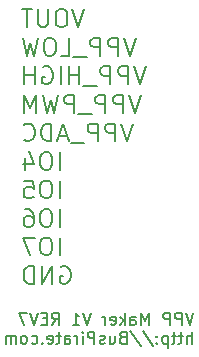
<source format=gbo>
G04 #@! TF.GenerationSoftware,KiCad,Pcbnew,8.0.3*
G04 #@! TF.CreationDate,2024-07-18T13:22:42+02:00*
G04 #@! TF.ProjectId,vpp-maker-rev6-ian,7670702d-6d61-46b6-9572-2d726576362d,rev?*
G04 #@! TF.SameCoordinates,Original*
G04 #@! TF.FileFunction,Legend,Bot*
G04 #@! TF.FilePolarity,Positive*
%FSLAX46Y46*%
G04 Gerber Fmt 4.6, Leading zero omitted, Abs format (unit mm)*
G04 Created by KiCad (PCBNEW 8.0.3) date 2024-07-18 13:22:42*
%MOMM*%
%LPD*%
G01*
G04 APERTURE LIST*
%ADD10C,0.150000*%
%ADD11C,0.200000*%
%ADD12R,1.700000X1.700000*%
%ADD13O,1.700000X1.700000*%
G04 APERTURE END LIST*
D10*
X158806077Y-101259875D02*
X158472744Y-102259875D01*
X158472744Y-102259875D02*
X158139411Y-101259875D01*
X157806077Y-102259875D02*
X157806077Y-101259875D01*
X157806077Y-101259875D02*
X157425125Y-101259875D01*
X157425125Y-101259875D02*
X157329887Y-101307494D01*
X157329887Y-101307494D02*
X157282268Y-101355113D01*
X157282268Y-101355113D02*
X157234649Y-101450351D01*
X157234649Y-101450351D02*
X157234649Y-101593208D01*
X157234649Y-101593208D02*
X157282268Y-101688446D01*
X157282268Y-101688446D02*
X157329887Y-101736065D01*
X157329887Y-101736065D02*
X157425125Y-101783684D01*
X157425125Y-101783684D02*
X157806077Y-101783684D01*
X156806077Y-102259875D02*
X156806077Y-101259875D01*
X156806077Y-101259875D02*
X156425125Y-101259875D01*
X156425125Y-101259875D02*
X156329887Y-101307494D01*
X156329887Y-101307494D02*
X156282268Y-101355113D01*
X156282268Y-101355113D02*
X156234649Y-101450351D01*
X156234649Y-101450351D02*
X156234649Y-101593208D01*
X156234649Y-101593208D02*
X156282268Y-101688446D01*
X156282268Y-101688446D02*
X156329887Y-101736065D01*
X156329887Y-101736065D02*
X156425125Y-101783684D01*
X156425125Y-101783684D02*
X156806077Y-101783684D01*
X155044172Y-102259875D02*
X155044172Y-101259875D01*
X155044172Y-101259875D02*
X154710839Y-101974160D01*
X154710839Y-101974160D02*
X154377506Y-101259875D01*
X154377506Y-101259875D02*
X154377506Y-102259875D01*
X153472744Y-102259875D02*
X153472744Y-101736065D01*
X153472744Y-101736065D02*
X153520363Y-101640827D01*
X153520363Y-101640827D02*
X153615601Y-101593208D01*
X153615601Y-101593208D02*
X153806077Y-101593208D01*
X153806077Y-101593208D02*
X153901315Y-101640827D01*
X153472744Y-102212256D02*
X153567982Y-102259875D01*
X153567982Y-102259875D02*
X153806077Y-102259875D01*
X153806077Y-102259875D02*
X153901315Y-102212256D01*
X153901315Y-102212256D02*
X153948934Y-102117017D01*
X153948934Y-102117017D02*
X153948934Y-102021779D01*
X153948934Y-102021779D02*
X153901315Y-101926541D01*
X153901315Y-101926541D02*
X153806077Y-101878922D01*
X153806077Y-101878922D02*
X153567982Y-101878922D01*
X153567982Y-101878922D02*
X153472744Y-101831303D01*
X152996553Y-102259875D02*
X152996553Y-101259875D01*
X152901315Y-101878922D02*
X152615601Y-102259875D01*
X152615601Y-101593208D02*
X152996553Y-101974160D01*
X151806077Y-102212256D02*
X151901315Y-102259875D01*
X151901315Y-102259875D02*
X152091791Y-102259875D01*
X152091791Y-102259875D02*
X152187029Y-102212256D01*
X152187029Y-102212256D02*
X152234648Y-102117017D01*
X152234648Y-102117017D02*
X152234648Y-101736065D01*
X152234648Y-101736065D02*
X152187029Y-101640827D01*
X152187029Y-101640827D02*
X152091791Y-101593208D01*
X152091791Y-101593208D02*
X151901315Y-101593208D01*
X151901315Y-101593208D02*
X151806077Y-101640827D01*
X151806077Y-101640827D02*
X151758458Y-101736065D01*
X151758458Y-101736065D02*
X151758458Y-101831303D01*
X151758458Y-101831303D02*
X152234648Y-101926541D01*
X151329886Y-102259875D02*
X151329886Y-101593208D01*
X151329886Y-101783684D02*
X151282267Y-101688446D01*
X151282267Y-101688446D02*
X151234648Y-101640827D01*
X151234648Y-101640827D02*
X151139410Y-101593208D01*
X151139410Y-101593208D02*
X151044172Y-101593208D01*
X150091790Y-101259875D02*
X149758457Y-102259875D01*
X149758457Y-102259875D02*
X149425124Y-101259875D01*
X148567981Y-102259875D02*
X149139409Y-102259875D01*
X148853695Y-102259875D02*
X148853695Y-101259875D01*
X148853695Y-101259875D02*
X148948933Y-101402732D01*
X148948933Y-101402732D02*
X149044171Y-101497970D01*
X149044171Y-101497970D02*
X149139409Y-101545589D01*
X146806076Y-102259875D02*
X147139409Y-101783684D01*
X147377504Y-102259875D02*
X147377504Y-101259875D01*
X147377504Y-101259875D02*
X146996552Y-101259875D01*
X146996552Y-101259875D02*
X146901314Y-101307494D01*
X146901314Y-101307494D02*
X146853695Y-101355113D01*
X146853695Y-101355113D02*
X146806076Y-101450351D01*
X146806076Y-101450351D02*
X146806076Y-101593208D01*
X146806076Y-101593208D02*
X146853695Y-101688446D01*
X146853695Y-101688446D02*
X146901314Y-101736065D01*
X146901314Y-101736065D02*
X146996552Y-101783684D01*
X146996552Y-101783684D02*
X147377504Y-101783684D01*
X146377504Y-101736065D02*
X146044171Y-101736065D01*
X145901314Y-102259875D02*
X146377504Y-102259875D01*
X146377504Y-102259875D02*
X146377504Y-101259875D01*
X146377504Y-101259875D02*
X145901314Y-101259875D01*
X145615599Y-101259875D02*
X145282266Y-102259875D01*
X145282266Y-102259875D02*
X144948933Y-101259875D01*
X144710837Y-101259875D02*
X144044171Y-101259875D01*
X144044171Y-101259875D02*
X144472742Y-102259875D01*
X158663220Y-103869819D02*
X158663220Y-102869819D01*
X158234649Y-103869819D02*
X158234649Y-103346009D01*
X158234649Y-103346009D02*
X158282268Y-103250771D01*
X158282268Y-103250771D02*
X158377506Y-103203152D01*
X158377506Y-103203152D02*
X158520363Y-103203152D01*
X158520363Y-103203152D02*
X158615601Y-103250771D01*
X158615601Y-103250771D02*
X158663220Y-103298390D01*
X157901315Y-103203152D02*
X157520363Y-103203152D01*
X157758458Y-102869819D02*
X157758458Y-103726961D01*
X157758458Y-103726961D02*
X157710839Y-103822200D01*
X157710839Y-103822200D02*
X157615601Y-103869819D01*
X157615601Y-103869819D02*
X157520363Y-103869819D01*
X157329886Y-103203152D02*
X156948934Y-103203152D01*
X157187029Y-102869819D02*
X157187029Y-103726961D01*
X157187029Y-103726961D02*
X157139410Y-103822200D01*
X157139410Y-103822200D02*
X157044172Y-103869819D01*
X157044172Y-103869819D02*
X156948934Y-103869819D01*
X156615600Y-103203152D02*
X156615600Y-104203152D01*
X156615600Y-103250771D02*
X156520362Y-103203152D01*
X156520362Y-103203152D02*
X156329886Y-103203152D01*
X156329886Y-103203152D02*
X156234648Y-103250771D01*
X156234648Y-103250771D02*
X156187029Y-103298390D01*
X156187029Y-103298390D02*
X156139410Y-103393628D01*
X156139410Y-103393628D02*
X156139410Y-103679342D01*
X156139410Y-103679342D02*
X156187029Y-103774580D01*
X156187029Y-103774580D02*
X156234648Y-103822200D01*
X156234648Y-103822200D02*
X156329886Y-103869819D01*
X156329886Y-103869819D02*
X156520362Y-103869819D01*
X156520362Y-103869819D02*
X156615600Y-103822200D01*
X155710838Y-103774580D02*
X155663219Y-103822200D01*
X155663219Y-103822200D02*
X155710838Y-103869819D01*
X155710838Y-103869819D02*
X155758457Y-103822200D01*
X155758457Y-103822200D02*
X155710838Y-103774580D01*
X155710838Y-103774580D02*
X155710838Y-103869819D01*
X155710838Y-103250771D02*
X155663219Y-103298390D01*
X155663219Y-103298390D02*
X155710838Y-103346009D01*
X155710838Y-103346009D02*
X155758457Y-103298390D01*
X155758457Y-103298390D02*
X155710838Y-103250771D01*
X155710838Y-103250771D02*
X155710838Y-103346009D01*
X154520363Y-102822200D02*
X155377505Y-104107914D01*
X153472744Y-102822200D02*
X154329886Y-104107914D01*
X152806077Y-103346009D02*
X152663220Y-103393628D01*
X152663220Y-103393628D02*
X152615601Y-103441247D01*
X152615601Y-103441247D02*
X152567982Y-103536485D01*
X152567982Y-103536485D02*
X152567982Y-103679342D01*
X152567982Y-103679342D02*
X152615601Y-103774580D01*
X152615601Y-103774580D02*
X152663220Y-103822200D01*
X152663220Y-103822200D02*
X152758458Y-103869819D01*
X152758458Y-103869819D02*
X153139410Y-103869819D01*
X153139410Y-103869819D02*
X153139410Y-102869819D01*
X153139410Y-102869819D02*
X152806077Y-102869819D01*
X152806077Y-102869819D02*
X152710839Y-102917438D01*
X152710839Y-102917438D02*
X152663220Y-102965057D01*
X152663220Y-102965057D02*
X152615601Y-103060295D01*
X152615601Y-103060295D02*
X152615601Y-103155533D01*
X152615601Y-103155533D02*
X152663220Y-103250771D01*
X152663220Y-103250771D02*
X152710839Y-103298390D01*
X152710839Y-103298390D02*
X152806077Y-103346009D01*
X152806077Y-103346009D02*
X153139410Y-103346009D01*
X151710839Y-103203152D02*
X151710839Y-103869819D01*
X152139410Y-103203152D02*
X152139410Y-103726961D01*
X152139410Y-103726961D02*
X152091791Y-103822200D01*
X152091791Y-103822200D02*
X151996553Y-103869819D01*
X151996553Y-103869819D02*
X151853696Y-103869819D01*
X151853696Y-103869819D02*
X151758458Y-103822200D01*
X151758458Y-103822200D02*
X151710839Y-103774580D01*
X151282267Y-103822200D02*
X151187029Y-103869819D01*
X151187029Y-103869819D02*
X150996553Y-103869819D01*
X150996553Y-103869819D02*
X150901315Y-103822200D01*
X150901315Y-103822200D02*
X150853696Y-103726961D01*
X150853696Y-103726961D02*
X150853696Y-103679342D01*
X150853696Y-103679342D02*
X150901315Y-103584104D01*
X150901315Y-103584104D02*
X150996553Y-103536485D01*
X150996553Y-103536485D02*
X151139410Y-103536485D01*
X151139410Y-103536485D02*
X151234648Y-103488866D01*
X151234648Y-103488866D02*
X151282267Y-103393628D01*
X151282267Y-103393628D02*
X151282267Y-103346009D01*
X151282267Y-103346009D02*
X151234648Y-103250771D01*
X151234648Y-103250771D02*
X151139410Y-103203152D01*
X151139410Y-103203152D02*
X150996553Y-103203152D01*
X150996553Y-103203152D02*
X150901315Y-103250771D01*
X150425124Y-103869819D02*
X150425124Y-102869819D01*
X150425124Y-102869819D02*
X150044172Y-102869819D01*
X150044172Y-102869819D02*
X149948934Y-102917438D01*
X149948934Y-102917438D02*
X149901315Y-102965057D01*
X149901315Y-102965057D02*
X149853696Y-103060295D01*
X149853696Y-103060295D02*
X149853696Y-103203152D01*
X149853696Y-103203152D02*
X149901315Y-103298390D01*
X149901315Y-103298390D02*
X149948934Y-103346009D01*
X149948934Y-103346009D02*
X150044172Y-103393628D01*
X150044172Y-103393628D02*
X150425124Y-103393628D01*
X149425124Y-103869819D02*
X149425124Y-103203152D01*
X149425124Y-102869819D02*
X149472743Y-102917438D01*
X149472743Y-102917438D02*
X149425124Y-102965057D01*
X149425124Y-102965057D02*
X149377505Y-102917438D01*
X149377505Y-102917438D02*
X149425124Y-102869819D01*
X149425124Y-102869819D02*
X149425124Y-102965057D01*
X148948934Y-103869819D02*
X148948934Y-103203152D01*
X148948934Y-103393628D02*
X148901315Y-103298390D01*
X148901315Y-103298390D02*
X148853696Y-103250771D01*
X148853696Y-103250771D02*
X148758458Y-103203152D01*
X148758458Y-103203152D02*
X148663220Y-103203152D01*
X147901315Y-103869819D02*
X147901315Y-103346009D01*
X147901315Y-103346009D02*
X147948934Y-103250771D01*
X147948934Y-103250771D02*
X148044172Y-103203152D01*
X148044172Y-103203152D02*
X148234648Y-103203152D01*
X148234648Y-103203152D02*
X148329886Y-103250771D01*
X147901315Y-103822200D02*
X147996553Y-103869819D01*
X147996553Y-103869819D02*
X148234648Y-103869819D01*
X148234648Y-103869819D02*
X148329886Y-103822200D01*
X148329886Y-103822200D02*
X148377505Y-103726961D01*
X148377505Y-103726961D02*
X148377505Y-103631723D01*
X148377505Y-103631723D02*
X148329886Y-103536485D01*
X148329886Y-103536485D02*
X148234648Y-103488866D01*
X148234648Y-103488866D02*
X147996553Y-103488866D01*
X147996553Y-103488866D02*
X147901315Y-103441247D01*
X147567981Y-103203152D02*
X147187029Y-103203152D01*
X147425124Y-102869819D02*
X147425124Y-103726961D01*
X147425124Y-103726961D02*
X147377505Y-103822200D01*
X147377505Y-103822200D02*
X147282267Y-103869819D01*
X147282267Y-103869819D02*
X147187029Y-103869819D01*
X146472743Y-103822200D02*
X146567981Y-103869819D01*
X146567981Y-103869819D02*
X146758457Y-103869819D01*
X146758457Y-103869819D02*
X146853695Y-103822200D01*
X146853695Y-103822200D02*
X146901314Y-103726961D01*
X146901314Y-103726961D02*
X146901314Y-103346009D01*
X146901314Y-103346009D02*
X146853695Y-103250771D01*
X146853695Y-103250771D02*
X146758457Y-103203152D01*
X146758457Y-103203152D02*
X146567981Y-103203152D01*
X146567981Y-103203152D02*
X146472743Y-103250771D01*
X146472743Y-103250771D02*
X146425124Y-103346009D01*
X146425124Y-103346009D02*
X146425124Y-103441247D01*
X146425124Y-103441247D02*
X146901314Y-103536485D01*
X145996552Y-103774580D02*
X145948933Y-103822200D01*
X145948933Y-103822200D02*
X145996552Y-103869819D01*
X145996552Y-103869819D02*
X146044171Y-103822200D01*
X146044171Y-103822200D02*
X145996552Y-103774580D01*
X145996552Y-103774580D02*
X145996552Y-103869819D01*
X145091791Y-103822200D02*
X145187029Y-103869819D01*
X145187029Y-103869819D02*
X145377505Y-103869819D01*
X145377505Y-103869819D02*
X145472743Y-103822200D01*
X145472743Y-103822200D02*
X145520362Y-103774580D01*
X145520362Y-103774580D02*
X145567981Y-103679342D01*
X145567981Y-103679342D02*
X145567981Y-103393628D01*
X145567981Y-103393628D02*
X145520362Y-103298390D01*
X145520362Y-103298390D02*
X145472743Y-103250771D01*
X145472743Y-103250771D02*
X145377505Y-103203152D01*
X145377505Y-103203152D02*
X145187029Y-103203152D01*
X145187029Y-103203152D02*
X145091791Y-103250771D01*
X144520362Y-103869819D02*
X144615600Y-103822200D01*
X144615600Y-103822200D02*
X144663219Y-103774580D01*
X144663219Y-103774580D02*
X144710838Y-103679342D01*
X144710838Y-103679342D02*
X144710838Y-103393628D01*
X144710838Y-103393628D02*
X144663219Y-103298390D01*
X144663219Y-103298390D02*
X144615600Y-103250771D01*
X144615600Y-103250771D02*
X144520362Y-103203152D01*
X144520362Y-103203152D02*
X144377505Y-103203152D01*
X144377505Y-103203152D02*
X144282267Y-103250771D01*
X144282267Y-103250771D02*
X144234648Y-103298390D01*
X144234648Y-103298390D02*
X144187029Y-103393628D01*
X144187029Y-103393628D02*
X144187029Y-103679342D01*
X144187029Y-103679342D02*
X144234648Y-103774580D01*
X144234648Y-103774580D02*
X144282267Y-103822200D01*
X144282267Y-103822200D02*
X144377505Y-103869819D01*
X144377505Y-103869819D02*
X144520362Y-103869819D01*
X143758457Y-103869819D02*
X143758457Y-103203152D01*
X143758457Y-103298390D02*
X143710838Y-103250771D01*
X143710838Y-103250771D02*
X143615600Y-103203152D01*
X143615600Y-103203152D02*
X143472743Y-103203152D01*
X143472743Y-103203152D02*
X143377505Y-103250771D01*
X143377505Y-103250771D02*
X143329886Y-103346009D01*
X143329886Y-103346009D02*
X143329886Y-103869819D01*
X143329886Y-103346009D02*
X143282267Y-103250771D01*
X143282267Y-103250771D02*
X143187029Y-103203152D01*
X143187029Y-103203152D02*
X143044172Y-103203152D01*
X143044172Y-103203152D02*
X142948933Y-103250771D01*
X142948933Y-103250771D02*
X142901314Y-103346009D01*
X142901314Y-103346009D02*
X142901314Y-103869819D01*
D11*
X149560149Y-75571784D02*
X149060149Y-77071784D01*
X149060149Y-77071784D02*
X148560149Y-75571784D01*
X147774435Y-75571784D02*
X147488721Y-75571784D01*
X147488721Y-75571784D02*
X147345864Y-75643213D01*
X147345864Y-75643213D02*
X147203007Y-75786070D01*
X147203007Y-75786070D02*
X147131578Y-76071784D01*
X147131578Y-76071784D02*
X147131578Y-76571784D01*
X147131578Y-76571784D02*
X147203007Y-76857498D01*
X147203007Y-76857498D02*
X147345864Y-77000356D01*
X147345864Y-77000356D02*
X147488721Y-77071784D01*
X147488721Y-77071784D02*
X147774435Y-77071784D01*
X147774435Y-77071784D02*
X147917293Y-77000356D01*
X147917293Y-77000356D02*
X148060150Y-76857498D01*
X148060150Y-76857498D02*
X148131578Y-76571784D01*
X148131578Y-76571784D02*
X148131578Y-76071784D01*
X148131578Y-76071784D02*
X148060150Y-75786070D01*
X148060150Y-75786070D02*
X147917293Y-75643213D01*
X147917293Y-75643213D02*
X147774435Y-75571784D01*
X146488721Y-75571784D02*
X146488721Y-76786070D01*
X146488721Y-76786070D02*
X146417292Y-76928927D01*
X146417292Y-76928927D02*
X146345864Y-77000356D01*
X146345864Y-77000356D02*
X146203006Y-77071784D01*
X146203006Y-77071784D02*
X145917292Y-77071784D01*
X145917292Y-77071784D02*
X145774435Y-77000356D01*
X145774435Y-77000356D02*
X145703006Y-76928927D01*
X145703006Y-76928927D02*
X145631578Y-76786070D01*
X145631578Y-76786070D02*
X145631578Y-75571784D01*
X145131577Y-75571784D02*
X144274435Y-75571784D01*
X144703006Y-77071784D02*
X144703006Y-75571784D01*
X153917292Y-77986700D02*
X153417292Y-79486700D01*
X153417292Y-79486700D02*
X152917292Y-77986700D01*
X152417293Y-79486700D02*
X152417293Y-77986700D01*
X152417293Y-77986700D02*
X151845864Y-77986700D01*
X151845864Y-77986700D02*
X151703007Y-78058129D01*
X151703007Y-78058129D02*
X151631578Y-78129557D01*
X151631578Y-78129557D02*
X151560150Y-78272414D01*
X151560150Y-78272414D02*
X151560150Y-78486700D01*
X151560150Y-78486700D02*
X151631578Y-78629557D01*
X151631578Y-78629557D02*
X151703007Y-78700986D01*
X151703007Y-78700986D02*
X151845864Y-78772414D01*
X151845864Y-78772414D02*
X152417293Y-78772414D01*
X150917293Y-79486700D02*
X150917293Y-77986700D01*
X150917293Y-77986700D02*
X150345864Y-77986700D01*
X150345864Y-77986700D02*
X150203007Y-78058129D01*
X150203007Y-78058129D02*
X150131578Y-78129557D01*
X150131578Y-78129557D02*
X150060150Y-78272414D01*
X150060150Y-78272414D02*
X150060150Y-78486700D01*
X150060150Y-78486700D02*
X150131578Y-78629557D01*
X150131578Y-78629557D02*
X150203007Y-78700986D01*
X150203007Y-78700986D02*
X150345864Y-78772414D01*
X150345864Y-78772414D02*
X150917293Y-78772414D01*
X149774436Y-79629557D02*
X148631578Y-79629557D01*
X147560150Y-79486700D02*
X148274436Y-79486700D01*
X148274436Y-79486700D02*
X148274436Y-77986700D01*
X146774435Y-77986700D02*
X146488721Y-77986700D01*
X146488721Y-77986700D02*
X146345864Y-78058129D01*
X146345864Y-78058129D02*
X146203007Y-78200986D01*
X146203007Y-78200986D02*
X146131578Y-78486700D01*
X146131578Y-78486700D02*
X146131578Y-78986700D01*
X146131578Y-78986700D02*
X146203007Y-79272414D01*
X146203007Y-79272414D02*
X146345864Y-79415272D01*
X146345864Y-79415272D02*
X146488721Y-79486700D01*
X146488721Y-79486700D02*
X146774435Y-79486700D01*
X146774435Y-79486700D02*
X146917293Y-79415272D01*
X146917293Y-79415272D02*
X147060150Y-79272414D01*
X147060150Y-79272414D02*
X147131578Y-78986700D01*
X147131578Y-78986700D02*
X147131578Y-78486700D01*
X147131578Y-78486700D02*
X147060150Y-78200986D01*
X147060150Y-78200986D02*
X146917293Y-78058129D01*
X146917293Y-78058129D02*
X146774435Y-77986700D01*
X145631578Y-77986700D02*
X145274435Y-79486700D01*
X145274435Y-79486700D02*
X144988721Y-78415272D01*
X144988721Y-78415272D02*
X144703006Y-79486700D01*
X144703006Y-79486700D02*
X144345864Y-77986700D01*
X154774435Y-80401616D02*
X154274435Y-81901616D01*
X154274435Y-81901616D02*
X153774435Y-80401616D01*
X153274436Y-81901616D02*
X153274436Y-80401616D01*
X153274436Y-80401616D02*
X152703007Y-80401616D01*
X152703007Y-80401616D02*
X152560150Y-80473045D01*
X152560150Y-80473045D02*
X152488721Y-80544473D01*
X152488721Y-80544473D02*
X152417293Y-80687330D01*
X152417293Y-80687330D02*
X152417293Y-80901616D01*
X152417293Y-80901616D02*
X152488721Y-81044473D01*
X152488721Y-81044473D02*
X152560150Y-81115902D01*
X152560150Y-81115902D02*
X152703007Y-81187330D01*
X152703007Y-81187330D02*
X153274436Y-81187330D01*
X151774436Y-81901616D02*
X151774436Y-80401616D01*
X151774436Y-80401616D02*
X151203007Y-80401616D01*
X151203007Y-80401616D02*
X151060150Y-80473045D01*
X151060150Y-80473045D02*
X150988721Y-80544473D01*
X150988721Y-80544473D02*
X150917293Y-80687330D01*
X150917293Y-80687330D02*
X150917293Y-80901616D01*
X150917293Y-80901616D02*
X150988721Y-81044473D01*
X150988721Y-81044473D02*
X151060150Y-81115902D01*
X151060150Y-81115902D02*
X151203007Y-81187330D01*
X151203007Y-81187330D02*
X151774436Y-81187330D01*
X150631579Y-82044473D02*
X149488721Y-82044473D01*
X149131579Y-81901616D02*
X149131579Y-80401616D01*
X149131579Y-81115902D02*
X148274436Y-81115902D01*
X148274436Y-81901616D02*
X148274436Y-80401616D01*
X147560150Y-81901616D02*
X147560150Y-80401616D01*
X146060149Y-80473045D02*
X146203007Y-80401616D01*
X146203007Y-80401616D02*
X146417292Y-80401616D01*
X146417292Y-80401616D02*
X146631578Y-80473045D01*
X146631578Y-80473045D02*
X146774435Y-80615902D01*
X146774435Y-80615902D02*
X146845864Y-80758759D01*
X146845864Y-80758759D02*
X146917292Y-81044473D01*
X146917292Y-81044473D02*
X146917292Y-81258759D01*
X146917292Y-81258759D02*
X146845864Y-81544473D01*
X146845864Y-81544473D02*
X146774435Y-81687330D01*
X146774435Y-81687330D02*
X146631578Y-81830188D01*
X146631578Y-81830188D02*
X146417292Y-81901616D01*
X146417292Y-81901616D02*
X146274435Y-81901616D01*
X146274435Y-81901616D02*
X146060149Y-81830188D01*
X146060149Y-81830188D02*
X145988721Y-81758759D01*
X145988721Y-81758759D02*
X145988721Y-81258759D01*
X145988721Y-81258759D02*
X146274435Y-81258759D01*
X145345864Y-81901616D02*
X145345864Y-80401616D01*
X145345864Y-81115902D02*
X144488721Y-81115902D01*
X144488721Y-81901616D02*
X144488721Y-80401616D01*
X154345863Y-82816532D02*
X153845863Y-84316532D01*
X153845863Y-84316532D02*
X153345863Y-82816532D01*
X152845864Y-84316532D02*
X152845864Y-82816532D01*
X152845864Y-82816532D02*
X152274435Y-82816532D01*
X152274435Y-82816532D02*
X152131578Y-82887961D01*
X152131578Y-82887961D02*
X152060149Y-82959389D01*
X152060149Y-82959389D02*
X151988721Y-83102246D01*
X151988721Y-83102246D02*
X151988721Y-83316532D01*
X151988721Y-83316532D02*
X152060149Y-83459389D01*
X152060149Y-83459389D02*
X152131578Y-83530818D01*
X152131578Y-83530818D02*
X152274435Y-83602246D01*
X152274435Y-83602246D02*
X152845864Y-83602246D01*
X151345864Y-84316532D02*
X151345864Y-82816532D01*
X151345864Y-82816532D02*
X150774435Y-82816532D01*
X150774435Y-82816532D02*
X150631578Y-82887961D01*
X150631578Y-82887961D02*
X150560149Y-82959389D01*
X150560149Y-82959389D02*
X150488721Y-83102246D01*
X150488721Y-83102246D02*
X150488721Y-83316532D01*
X150488721Y-83316532D02*
X150560149Y-83459389D01*
X150560149Y-83459389D02*
X150631578Y-83530818D01*
X150631578Y-83530818D02*
X150774435Y-83602246D01*
X150774435Y-83602246D02*
X151345864Y-83602246D01*
X150203007Y-84459389D02*
X149060149Y-84459389D01*
X148703007Y-84316532D02*
X148703007Y-82816532D01*
X148703007Y-82816532D02*
X148131578Y-82816532D01*
X148131578Y-82816532D02*
X147988721Y-82887961D01*
X147988721Y-82887961D02*
X147917292Y-82959389D01*
X147917292Y-82959389D02*
X147845864Y-83102246D01*
X147845864Y-83102246D02*
X147845864Y-83316532D01*
X147845864Y-83316532D02*
X147917292Y-83459389D01*
X147917292Y-83459389D02*
X147988721Y-83530818D01*
X147988721Y-83530818D02*
X148131578Y-83602246D01*
X148131578Y-83602246D02*
X148703007Y-83602246D01*
X147345864Y-82816532D02*
X146988721Y-84316532D01*
X146988721Y-84316532D02*
X146703007Y-83245104D01*
X146703007Y-83245104D02*
X146417292Y-84316532D01*
X146417292Y-84316532D02*
X146060150Y-82816532D01*
X145488721Y-84316532D02*
X145488721Y-82816532D01*
X145488721Y-82816532D02*
X144988721Y-83887961D01*
X144988721Y-83887961D02*
X144488721Y-82816532D01*
X144488721Y-82816532D02*
X144488721Y-84316532D01*
X153703005Y-85231448D02*
X153203005Y-86731448D01*
X153203005Y-86731448D02*
X152703005Y-85231448D01*
X152203006Y-86731448D02*
X152203006Y-85231448D01*
X152203006Y-85231448D02*
X151631577Y-85231448D01*
X151631577Y-85231448D02*
X151488720Y-85302877D01*
X151488720Y-85302877D02*
X151417291Y-85374305D01*
X151417291Y-85374305D02*
X151345863Y-85517162D01*
X151345863Y-85517162D02*
X151345863Y-85731448D01*
X151345863Y-85731448D02*
X151417291Y-85874305D01*
X151417291Y-85874305D02*
X151488720Y-85945734D01*
X151488720Y-85945734D02*
X151631577Y-86017162D01*
X151631577Y-86017162D02*
X152203006Y-86017162D01*
X150703006Y-86731448D02*
X150703006Y-85231448D01*
X150703006Y-85231448D02*
X150131577Y-85231448D01*
X150131577Y-85231448D02*
X149988720Y-85302877D01*
X149988720Y-85302877D02*
X149917291Y-85374305D01*
X149917291Y-85374305D02*
X149845863Y-85517162D01*
X149845863Y-85517162D02*
X149845863Y-85731448D01*
X149845863Y-85731448D02*
X149917291Y-85874305D01*
X149917291Y-85874305D02*
X149988720Y-85945734D01*
X149988720Y-85945734D02*
X150131577Y-86017162D01*
X150131577Y-86017162D02*
X150703006Y-86017162D01*
X149560149Y-86874305D02*
X148417291Y-86874305D01*
X148131577Y-86302877D02*
X147417292Y-86302877D01*
X148274434Y-86731448D02*
X147774434Y-85231448D01*
X147774434Y-85231448D02*
X147274434Y-86731448D01*
X146774435Y-86731448D02*
X146774435Y-85231448D01*
X146774435Y-85231448D02*
X146417292Y-85231448D01*
X146417292Y-85231448D02*
X146203006Y-85302877D01*
X146203006Y-85302877D02*
X146060149Y-85445734D01*
X146060149Y-85445734D02*
X145988720Y-85588591D01*
X145988720Y-85588591D02*
X145917292Y-85874305D01*
X145917292Y-85874305D02*
X145917292Y-86088591D01*
X145917292Y-86088591D02*
X145988720Y-86374305D01*
X145988720Y-86374305D02*
X146060149Y-86517162D01*
X146060149Y-86517162D02*
X146203006Y-86660020D01*
X146203006Y-86660020D02*
X146417292Y-86731448D01*
X146417292Y-86731448D02*
X146774435Y-86731448D01*
X144417292Y-86588591D02*
X144488720Y-86660020D01*
X144488720Y-86660020D02*
X144703006Y-86731448D01*
X144703006Y-86731448D02*
X144845863Y-86731448D01*
X144845863Y-86731448D02*
X145060149Y-86660020D01*
X145060149Y-86660020D02*
X145203006Y-86517162D01*
X145203006Y-86517162D02*
X145274435Y-86374305D01*
X145274435Y-86374305D02*
X145345863Y-86088591D01*
X145345863Y-86088591D02*
X145345863Y-85874305D01*
X145345863Y-85874305D02*
X145274435Y-85588591D01*
X145274435Y-85588591D02*
X145203006Y-85445734D01*
X145203006Y-85445734D02*
X145060149Y-85302877D01*
X145060149Y-85302877D02*
X144845863Y-85231448D01*
X144845863Y-85231448D02*
X144703006Y-85231448D01*
X144703006Y-85231448D02*
X144488720Y-85302877D01*
X144488720Y-85302877D02*
X144417292Y-85374305D01*
X147488721Y-89146364D02*
X147488721Y-87646364D01*
X146488720Y-87646364D02*
X146203006Y-87646364D01*
X146203006Y-87646364D02*
X146060149Y-87717793D01*
X146060149Y-87717793D02*
X145917292Y-87860650D01*
X145917292Y-87860650D02*
X145845863Y-88146364D01*
X145845863Y-88146364D02*
X145845863Y-88646364D01*
X145845863Y-88646364D02*
X145917292Y-88932078D01*
X145917292Y-88932078D02*
X146060149Y-89074936D01*
X146060149Y-89074936D02*
X146203006Y-89146364D01*
X146203006Y-89146364D02*
X146488720Y-89146364D01*
X146488720Y-89146364D02*
X146631578Y-89074936D01*
X146631578Y-89074936D02*
X146774435Y-88932078D01*
X146774435Y-88932078D02*
X146845863Y-88646364D01*
X146845863Y-88646364D02*
X146845863Y-88146364D01*
X146845863Y-88146364D02*
X146774435Y-87860650D01*
X146774435Y-87860650D02*
X146631578Y-87717793D01*
X146631578Y-87717793D02*
X146488720Y-87646364D01*
X144560149Y-88146364D02*
X144560149Y-89146364D01*
X144917291Y-87574936D02*
X145274434Y-88646364D01*
X145274434Y-88646364D02*
X144345863Y-88646364D01*
X147488721Y-91561280D02*
X147488721Y-90061280D01*
X146488720Y-90061280D02*
X146203006Y-90061280D01*
X146203006Y-90061280D02*
X146060149Y-90132709D01*
X146060149Y-90132709D02*
X145917292Y-90275566D01*
X145917292Y-90275566D02*
X145845863Y-90561280D01*
X145845863Y-90561280D02*
X145845863Y-91061280D01*
X145845863Y-91061280D02*
X145917292Y-91346994D01*
X145917292Y-91346994D02*
X146060149Y-91489852D01*
X146060149Y-91489852D02*
X146203006Y-91561280D01*
X146203006Y-91561280D02*
X146488720Y-91561280D01*
X146488720Y-91561280D02*
X146631578Y-91489852D01*
X146631578Y-91489852D02*
X146774435Y-91346994D01*
X146774435Y-91346994D02*
X146845863Y-91061280D01*
X146845863Y-91061280D02*
X146845863Y-90561280D01*
X146845863Y-90561280D02*
X146774435Y-90275566D01*
X146774435Y-90275566D02*
X146631578Y-90132709D01*
X146631578Y-90132709D02*
X146488720Y-90061280D01*
X144488720Y-90061280D02*
X145203006Y-90061280D01*
X145203006Y-90061280D02*
X145274434Y-90775566D01*
X145274434Y-90775566D02*
X145203006Y-90704137D01*
X145203006Y-90704137D02*
X145060149Y-90632709D01*
X145060149Y-90632709D02*
X144703006Y-90632709D01*
X144703006Y-90632709D02*
X144560149Y-90704137D01*
X144560149Y-90704137D02*
X144488720Y-90775566D01*
X144488720Y-90775566D02*
X144417291Y-90918423D01*
X144417291Y-90918423D02*
X144417291Y-91275566D01*
X144417291Y-91275566D02*
X144488720Y-91418423D01*
X144488720Y-91418423D02*
X144560149Y-91489852D01*
X144560149Y-91489852D02*
X144703006Y-91561280D01*
X144703006Y-91561280D02*
X145060149Y-91561280D01*
X145060149Y-91561280D02*
X145203006Y-91489852D01*
X145203006Y-91489852D02*
X145274434Y-91418423D01*
X147488721Y-93976196D02*
X147488721Y-92476196D01*
X146488720Y-92476196D02*
X146203006Y-92476196D01*
X146203006Y-92476196D02*
X146060149Y-92547625D01*
X146060149Y-92547625D02*
X145917292Y-92690482D01*
X145917292Y-92690482D02*
X145845863Y-92976196D01*
X145845863Y-92976196D02*
X145845863Y-93476196D01*
X145845863Y-93476196D02*
X145917292Y-93761910D01*
X145917292Y-93761910D02*
X146060149Y-93904768D01*
X146060149Y-93904768D02*
X146203006Y-93976196D01*
X146203006Y-93976196D02*
X146488720Y-93976196D01*
X146488720Y-93976196D02*
X146631578Y-93904768D01*
X146631578Y-93904768D02*
X146774435Y-93761910D01*
X146774435Y-93761910D02*
X146845863Y-93476196D01*
X146845863Y-93476196D02*
X146845863Y-92976196D01*
X146845863Y-92976196D02*
X146774435Y-92690482D01*
X146774435Y-92690482D02*
X146631578Y-92547625D01*
X146631578Y-92547625D02*
X146488720Y-92476196D01*
X144560149Y-92476196D02*
X144845863Y-92476196D01*
X144845863Y-92476196D02*
X144988720Y-92547625D01*
X144988720Y-92547625D02*
X145060149Y-92619053D01*
X145060149Y-92619053D02*
X145203006Y-92833339D01*
X145203006Y-92833339D02*
X145274434Y-93119053D01*
X145274434Y-93119053D02*
X145274434Y-93690482D01*
X145274434Y-93690482D02*
X145203006Y-93833339D01*
X145203006Y-93833339D02*
X145131577Y-93904768D01*
X145131577Y-93904768D02*
X144988720Y-93976196D01*
X144988720Y-93976196D02*
X144703006Y-93976196D01*
X144703006Y-93976196D02*
X144560149Y-93904768D01*
X144560149Y-93904768D02*
X144488720Y-93833339D01*
X144488720Y-93833339D02*
X144417291Y-93690482D01*
X144417291Y-93690482D02*
X144417291Y-93333339D01*
X144417291Y-93333339D02*
X144488720Y-93190482D01*
X144488720Y-93190482D02*
X144560149Y-93119053D01*
X144560149Y-93119053D02*
X144703006Y-93047625D01*
X144703006Y-93047625D02*
X144988720Y-93047625D01*
X144988720Y-93047625D02*
X145131577Y-93119053D01*
X145131577Y-93119053D02*
X145203006Y-93190482D01*
X145203006Y-93190482D02*
X145274434Y-93333339D01*
X147488721Y-96391112D02*
X147488721Y-94891112D01*
X146488720Y-94891112D02*
X146203006Y-94891112D01*
X146203006Y-94891112D02*
X146060149Y-94962541D01*
X146060149Y-94962541D02*
X145917292Y-95105398D01*
X145917292Y-95105398D02*
X145845863Y-95391112D01*
X145845863Y-95391112D02*
X145845863Y-95891112D01*
X145845863Y-95891112D02*
X145917292Y-96176826D01*
X145917292Y-96176826D02*
X146060149Y-96319684D01*
X146060149Y-96319684D02*
X146203006Y-96391112D01*
X146203006Y-96391112D02*
X146488720Y-96391112D01*
X146488720Y-96391112D02*
X146631578Y-96319684D01*
X146631578Y-96319684D02*
X146774435Y-96176826D01*
X146774435Y-96176826D02*
X146845863Y-95891112D01*
X146845863Y-95891112D02*
X146845863Y-95391112D01*
X146845863Y-95391112D02*
X146774435Y-95105398D01*
X146774435Y-95105398D02*
X146631578Y-94962541D01*
X146631578Y-94962541D02*
X146488720Y-94891112D01*
X145345863Y-94891112D02*
X144345863Y-94891112D01*
X144345863Y-94891112D02*
X144988720Y-96391112D01*
X147560149Y-97377457D02*
X147703007Y-97306028D01*
X147703007Y-97306028D02*
X147917292Y-97306028D01*
X147917292Y-97306028D02*
X148131578Y-97377457D01*
X148131578Y-97377457D02*
X148274435Y-97520314D01*
X148274435Y-97520314D02*
X148345864Y-97663171D01*
X148345864Y-97663171D02*
X148417292Y-97948885D01*
X148417292Y-97948885D02*
X148417292Y-98163171D01*
X148417292Y-98163171D02*
X148345864Y-98448885D01*
X148345864Y-98448885D02*
X148274435Y-98591742D01*
X148274435Y-98591742D02*
X148131578Y-98734600D01*
X148131578Y-98734600D02*
X147917292Y-98806028D01*
X147917292Y-98806028D02*
X147774435Y-98806028D01*
X147774435Y-98806028D02*
X147560149Y-98734600D01*
X147560149Y-98734600D02*
X147488721Y-98663171D01*
X147488721Y-98663171D02*
X147488721Y-98163171D01*
X147488721Y-98163171D02*
X147774435Y-98163171D01*
X146845864Y-98806028D02*
X146845864Y-97306028D01*
X146845864Y-97306028D02*
X145988721Y-98806028D01*
X145988721Y-98806028D02*
X145988721Y-97306028D01*
X145274435Y-98806028D02*
X145274435Y-97306028D01*
X145274435Y-97306028D02*
X144917292Y-97306028D01*
X144917292Y-97306028D02*
X144703006Y-97377457D01*
X144703006Y-97377457D02*
X144560149Y-97520314D01*
X144560149Y-97520314D02*
X144488720Y-97663171D01*
X144488720Y-97663171D02*
X144417292Y-97948885D01*
X144417292Y-97948885D02*
X144417292Y-98163171D01*
X144417292Y-98163171D02*
X144488720Y-98448885D01*
X144488720Y-98448885D02*
X144560149Y-98591742D01*
X144560149Y-98591742D02*
X144703006Y-98734600D01*
X144703006Y-98734600D02*
X144917292Y-98806028D01*
X144917292Y-98806028D02*
X145274435Y-98806028D01*
%LPC*%
D12*
X138400000Y-75550000D03*
D13*
X138400000Y-78090000D03*
X138400000Y-80630000D03*
X138400000Y-83170000D03*
X138400000Y-85710000D03*
X138400000Y-88250000D03*
X138400000Y-90790000D03*
X138400000Y-93330000D03*
X138400000Y-95870000D03*
X138400000Y-98410000D03*
D12*
X142250000Y-75575000D03*
D13*
X142250000Y-78115000D03*
X142250000Y-80655000D03*
X142250000Y-83195000D03*
X142250000Y-85735000D03*
X142250000Y-88275000D03*
X142250000Y-90815000D03*
X142250000Y-93355000D03*
X142250000Y-95895000D03*
X142250000Y-98435000D03*
D12*
X161875000Y-78125000D03*
D13*
X161875000Y-80665000D03*
X161875000Y-83205000D03*
X161875000Y-85745000D03*
X161875000Y-88285000D03*
X161875000Y-90825000D03*
X161875000Y-93365000D03*
X161875000Y-95905000D03*
%LPD*%
M02*

</source>
